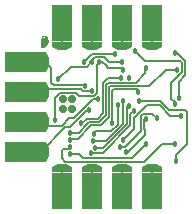
<source format=gbl>
G04 DipTrace 3.0.0.2*
G04 ECGNCHADCBFR0402.gbl*
%MOIN*%
G04 #@! TF.FileFunction,Copper,L4,Bot*
G04 #@! TF.Part,Single*
%AMOUTLINE0*
4,1,6,
-0.033465,-0.003839,
-0.033465,0.014469,
0.033465,0.014469,
0.033465,-0.003839,
0.012795,-0.014469,
-0.012795,-0.014469,
-0.033465,-0.003839,
0*%
%AMOUTLINE3*
4,1,6,
0.033465,0.003839,
0.033465,-0.014469,
-0.033465,-0.014469,
-0.033465,0.003839,
-0.012795,0.014469,
0.012795,0.014469,
0.033465,0.003839,
0*%
%AMOUTLINE6*
4,1,6,
0.033465,0.00374,
0.033465,-0.01437,
-0.033465,-0.01437,
-0.033465,0.00374,
-0.012795,0.01437,
0.012795,0.01437,
0.033465,0.00374,
0*%
%AMOUTLINE9*
4,1,6,
0.003839,-0.033465,
-0.014469,-0.033465,
-0.014469,0.033465,
0.003839,0.033465,
0.014469,0.012795,
0.014469,-0.012795,
0.003839,-0.033465,
0*%
%AMOUTLINE12*
4,1,6,
-0.033465,-0.00374,
-0.033465,0.01437,
0.033465,0.01437,
0.033465,-0.00374,
0.012795,-0.01437,
-0.012795,-0.01437,
-0.033465,-0.00374,
0*%
%AMOUTLINE15*
4,1,35,
-0.01245,-0.021726,
-0.00495,-0.020573,
0.00085,-0.018223,
0.00455,-0.015223,
0.00755,-0.012223,
0.01005,-0.007793,
0.01105,-0.005223,
0.01185,-0.001474,
0.012249,0.000526,
0.01245,0.003777,
0.01155,0.006327,
0.01005,0.007827,
0.00905,0.008827,
0.00855,0.011344,
0.008749,0.012344,
0.009337,0.014344,
0.01055,0.015425,
0.007337,0.019327,
0.004337,0.017344,
0.003636,0.017344,
0.002219,0.020827,
0.00005,0.021327,
-0.00395,0.021726,
0.000249,0.011777,
0.000249,0.010526,
-0.00005,0.008827,
-0.00095,0.008425,
-0.00295,0.009226,
-0.00545,0.013777,
-0.00824,0.020526,
-0.01024,0.019526,
-0.012379,0.017026,
-0.00945,0.009526,
-0.01095,0.009777,
-0.01245,0.009777,
-0.01245,-0.021726,
0*%
G04 #@! TA.AperFunction,Conductor*
%ADD13C,0.005*%
G04 #@! TA.AperFunction,ComponentPad*
%ADD22R,0.066929X0.062992*%
%ADD24R,0.066929X0.08*%
%ADD26R,0.062992X0.066929*%
%ADD27R,0.08X0.066929*%
%ADD40C,0.028*%
G04 #@! TA.AperFunction,ViaPad*
%ADD43C,0.018*%
%ADD92OUTLINE0*%
%ADD95OUTLINE3*%
%ADD98OUTLINE6*%
%ADD101OUTLINE9*%
%ADD104OUTLINE12*%
%ADD107OUTLINE15*%
%FSLAX26Y26*%
G04*
G70*
G90*
G75*
G01*
G04 Bottom*
%LPD*%
X405866Y348845D2*
D13*
Y358772D1*
X324707D1*
X318346Y352411D1*
Y245067D1*
X318150D1*
X228756Y370421D2*
Y371325D1*
X125579D1*
X116341Y380563D1*
Y429427D1*
X95768Y450000D1*
X50000D1*
X0D1*
X50000Y350000D2*
X98049D1*
Y359751D1*
X214462D1*
X220559Y353654D1*
X250301D1*
X95768Y350000D2*
X50000D1*
X0D1*
X546812Y270517D2*
X511890D1*
X476646Y305761D1*
X434067D1*
X391016Y262710D1*
Y225837D1*
X356219Y191041D1*
X269898Y325629D2*
X254748D1*
X190594Y261475D1*
X173833D1*
X150012Y237654D1*
X37654D1*
X50000Y250000D1*
X95768D2*
X50000D1*
X0D1*
X344997Y166118D2*
X361987D1*
X414404Y218535D1*
Y269541D1*
X421766Y276903D1*
X452938D1*
X467150Y262692D1*
X363160Y148073D2*
Y143740D1*
X426706Y207286D1*
Y226962D1*
X426025Y226281D1*
Y259823D1*
X431972D1*
X50000Y150000D2*
X80606D1*
X162966Y232360D1*
X177757D1*
X235370Y289972D1*
X242974D1*
X95768Y150000D2*
X50000D1*
X0D1*
X337143Y305972D2*
Y240320D1*
X314892Y218070D1*
X264302D1*
X256743Y210510D1*
X327114Y476942D2*
X250698D1*
X224705Y450949D1*
X150000Y504232D2*
Y550000D1*
Y600000D1*
Y95768D2*
Y50000D1*
Y0D1*
X350000Y504232D2*
Y550000D1*
Y600000D1*
X450000Y504232D2*
Y550000D1*
Y600000D1*
Y95768D2*
Y50000D1*
Y0D1*
X350000Y95866D2*
Y50000D1*
Y0D1*
X178055Y212664D2*
X206429D1*
X236055Y242290D1*
Y243413D1*
X242127Y249486D1*
X275159D1*
X297232Y271559D1*
Y373675D1*
X303294Y379736D1*
X397218D1*
X429238Y411756D1*
Y428647D1*
X428663D1*
X431058Y431042D1*
X526747Y310946D2*
Y316269D1*
X515864Y327152D1*
Y379354D1*
X552043Y415534D1*
Y447063D1*
X547392Y451714D1*
X427140D1*
X393801Y485054D1*
X529808Y120747D2*
Y139079D1*
X568427Y177697D1*
Y282108D1*
X561331Y289203D1*
X507870D1*
X477827Y319247D1*
X408748D1*
X529088Y176266D2*
X483663D1*
X425259Y117862D1*
X161360D1*
X150545Y128677D1*
Y152472D1*
X156312Y158240D1*
X170991D1*
X178773Y166022D1*
X250000Y504134D2*
Y550000D1*
Y600000D1*
Y95768D2*
Y50000D1*
Y0D1*
X178773Y142701D2*
X208625D1*
X221705Y129621D1*
X385102D1*
X431026Y175545D1*
X533513Y424108D2*
X497146D1*
X442265Y369227D1*
X311924D1*
X307542Y364845D1*
Y265282D1*
X280993Y238734D1*
X248857D1*
X204047Y193924D1*
X182636D1*
X178055Y189343D1*
X529560Y480262D2*
X535461D1*
X562898Y452825D1*
Y405867D1*
X539936Y382906D1*
Y330440D1*
X255793Y187064D2*
X298484D1*
X355648Y244228D1*
Y320772D1*
X355265Y321155D1*
X352756Y448268D2*
X308798D1*
X290346Y466719D1*
X261715D1*
X244555Y449559D1*
X251437D1*
X249480D1*
X233888Y433967D1*
X181954D1*
X139487Y391500D1*
X374722Y304290D2*
X368781D1*
Y243119D1*
X288350Y162689D1*
X262916D1*
X261495Y164110D1*
X274474Y449466D2*
X285916D1*
X296987Y438395D1*
X297521D1*
X306071Y429845D1*
X348479D1*
X353853Y424471D1*
X127142Y255419D2*
Y330362D1*
X143676Y346896D1*
X198627D1*
X209260Y336264D1*
X257022D1*
X266822Y346063D1*
Y440680D1*
X275608Y449466D1*
X274474D1*
X247046Y146209D2*
X286466D1*
X379661Y239404D1*
Y275694D1*
X391882Y287915D1*
X347728Y396483D2*
X305030D1*
X286929Y378382D1*
Y278071D1*
X269755Y260896D1*
X233719D1*
X219615Y246793D1*
X213148D1*
X215188Y244753D1*
D43*
X337143Y305972D3*
X355265Y321155D3*
X374722Y304290D3*
X391882Y287915D3*
X431972Y259823D3*
X408748Y319247D3*
X327114Y476942D3*
X352756Y448268D3*
X353853Y424471D3*
X347728Y396483D3*
X224705Y450949D3*
X251437Y449559D3*
X139487Y391500D3*
X274474Y449466D3*
X127142Y255419D3*
X215188Y244753D3*
X228756Y370421D3*
X242974Y289972D3*
X467150Y262692D3*
X526747Y310946D3*
X178055Y212664D3*
Y189343D3*
X178773Y166022D3*
Y142701D3*
X247046Y146209D3*
X261495Y164110D3*
X255793Y187064D3*
X256743Y210510D3*
X318150Y245067D3*
X546812Y270517D3*
X344997Y166118D3*
X363160Y148073D3*
X405866Y348845D3*
X393801Y485054D3*
X431058Y431042D3*
X529560Y480262D3*
X533513Y424108D3*
X539936Y330440D3*
X529808Y120747D3*
X529088Y176266D3*
X431026Y175545D3*
X376163Y396642D3*
X269898Y325629D3*
X250301Y353654D3*
X356219Y191041D3*
D22*
X350000Y550000D3*
X450000D3*
D92*
Y504232D3*
X350000D3*
D24*
Y600000D3*
X450000D3*
D22*
X350000Y50000D3*
X450000D3*
D24*
X350000Y0D3*
X450000D3*
D95*
Y95768D3*
D98*
X350000Y95866D3*
D26*
X50000Y150000D3*
Y250000D3*
Y350000D3*
Y450000D3*
D101*
X95768Y250000D3*
Y150000D3*
Y450000D3*
Y350000D3*
D27*
X0Y450000D3*
Y350000D3*
Y250000D3*
Y150000D3*
D22*
X250000Y50000D3*
X150000D3*
D95*
Y95768D3*
X250000D3*
D24*
Y0D3*
X150000D3*
D22*
X250000Y550000D3*
X150000D3*
D24*
X250000Y600000D3*
X150000D3*
D92*
Y504232D3*
D104*
X250000Y504134D3*
D40*
X184562Y324694D3*
X153311D3*
Y293444D3*
X184562D3*
D107*
X95344Y515021D3*
M02*

</source>
